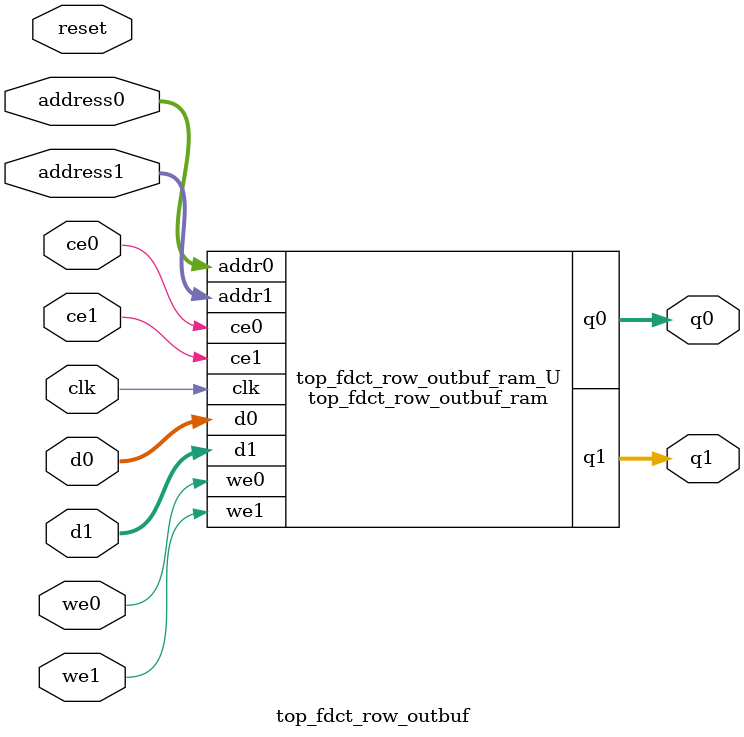
<source format=v>
`timescale 1 ns / 1 ps
module top_fdct_row_outbuf_ram (addr0, ce0, d0, we0, q0, addr1, ce1, d1, we1, q1,  clk);

parameter DWIDTH = 16;
parameter AWIDTH = 6;
parameter MEM_SIZE = 64;

input[AWIDTH-1:0] addr0;
input ce0;
input[DWIDTH-1:0] d0;
input we0;
output reg[DWIDTH-1:0] q0;
input[AWIDTH-1:0] addr1;
input ce1;
input[DWIDTH-1:0] d1;
input we1;
output reg[DWIDTH-1:0] q1;
input clk;

(* ram_style = "block" *)reg [DWIDTH-1:0] ram[0:MEM_SIZE-1];




always @(posedge clk)  
begin 
    if (ce0) 
    begin
        if (we0) 
        begin 
            ram[addr0] <= d0; 
        end 
        q0 <= ram[addr0];
    end
end


always @(posedge clk)  
begin 
    if (ce1) 
    begin
        if (we1) 
        begin 
            ram[addr1] <= d1; 
        end 
        q1 <= ram[addr1];
    end
end


endmodule

`timescale 1 ns / 1 ps
module top_fdct_row_outbuf(
    reset,
    clk,
    address0,
    ce0,
    we0,
    d0,
    q0,
    address1,
    ce1,
    we1,
    d1,
    q1);

parameter DataWidth = 32'd16;
parameter AddressRange = 32'd64;
parameter AddressWidth = 32'd6;
input reset;
input clk;
input[AddressWidth - 1:0] address0;
input ce0;
input we0;
input[DataWidth - 1:0] d0;
output[DataWidth - 1:0] q0;
input[AddressWidth - 1:0] address1;
input ce1;
input we1;
input[DataWidth - 1:0] d1;
output[DataWidth - 1:0] q1;



top_fdct_row_outbuf_ram top_fdct_row_outbuf_ram_U(
    .clk( clk ),
    .addr0( address0 ),
    .ce0( ce0 ),
    .we0( we0 ),
    .d0( d0 ),
    .q0( q0 ),
    .addr1( address1 ),
    .ce1( ce1 ),
    .we1( we1 ),
    .d1( d1 ),
    .q1( q1 ));

endmodule


</source>
